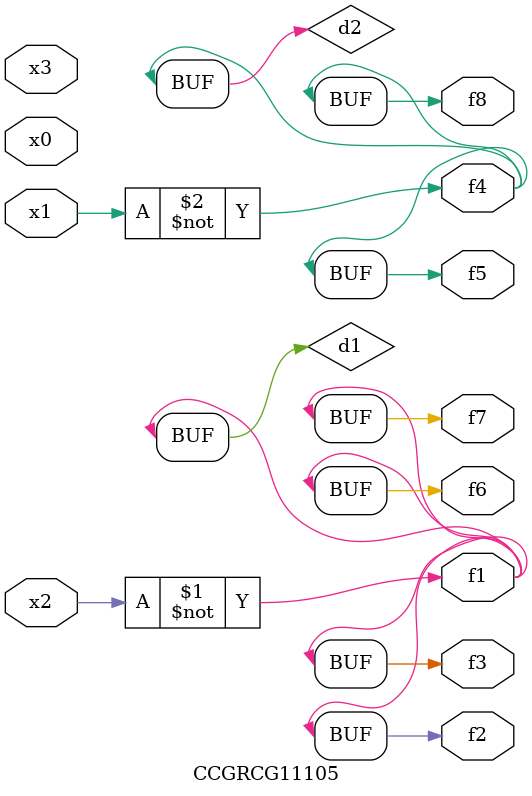
<source format=v>
module CCGRCG11105(
	input x0, x1, x2, x3,
	output f1, f2, f3, f4, f5, f6, f7, f8
);

	wire d1, d2;

	xnor (d1, x2);
	not (d2, x1);
	assign f1 = d1;
	assign f2 = d1;
	assign f3 = d1;
	assign f4 = d2;
	assign f5 = d2;
	assign f6 = d1;
	assign f7 = d1;
	assign f8 = d2;
endmodule

</source>
